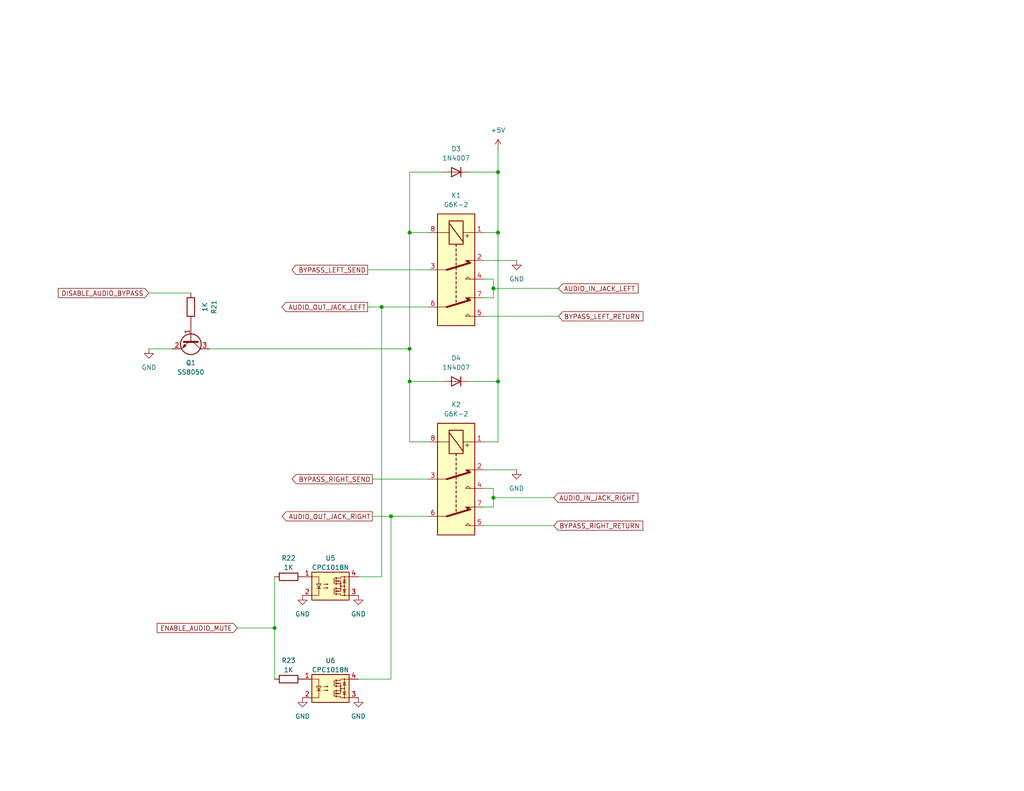
<source format=kicad_sch>
(kicad_sch (version 20250114) (generator "eeschema") (generator_version "9.0")
  (paper "USLetter")
  (title_block (title "Daisy Seed Guitar Pedal 125B") (date "2024-02-25") (rev "6") (company "Made by Keith Shepherd (kshep@mac.com)"))
  (lib_symbols
    (symbol "Device:Q_NPN_BEC" (pin_names (offset 0) (hide yes))
      (property "Reference" "Q" (at 5.08 1.27 0))
      (property "Value" "Q_NPN_BEC" (at 5.08 -1.27 0))
      (symbol "Q_NPN_BEC_0_1"
        (polyline (pts (xy 0.635 1.905) (xy 0.635 -1.905) (xy 0.635 -1.905)) (stroke (width 0.508)))
        (polyline (pts (xy 0.635 0.635) (xy 2.54 2.54)))
        (polyline (pts (xy 0.635 -0.635) (xy 2.54 -2.54) (xy 2.54 -2.54)))
        (circle (center 1.27 0) (radius 2.8194) (stroke (width 0.254)))
        (polyline (pts (xy 1.27 -1.778) (xy 1.778 -1.27) (xy 2.286 -2.286) (xy 1.27 -1.778) (xy 1.27 -1.778)) (fill (type outline)))
      )
      (symbol "Q_NPN_BEC_1_1"
        (pin input line (at -5.08 0 0) (length 5.715) (name "B") (number "1"))
        (pin passive line (at 2.54 5.08 270) (length 2.54) (name "C") (number "3"))
        (pin passive line (at 2.54 -5.08 90) (length 2.54) (name "E") (number "2"))
      )
    )
    (symbol "Device:R" (pin_numbers (hide yes)) (pin_names (offset 0))
      (property "Reference" "R" (at 2.032 0 90))
      (property "Value" "R" (at 0 0 90))
      (symbol "R_0_1"
        (rectangle (start -1.016 -2.54) (end 1.016 2.54) (stroke (width 0.254)))
      )
      (symbol "R_1_1"
        (pin passive line (at 0 3.81 270) (length 1.27) (name "~") (number "1"))
        (pin passive line (at 0 -3.81 90) (length 1.27) (name "~") (number "2"))
      )
    )
    (symbol "Diode:1N4007" (pin_numbers (hide yes)) (pin_names (hide yes))
      (property "Reference" "D" (at 0 2.54 0))
      (property "Value" "1N4007" (at 0 -2.54 0))
      (symbol "1N4007_0_1"
        (polyline (pts (xy -1.27 1.27) (xy -1.27 -1.27)) (stroke (width 0.254)))
        (polyline (pts (xy 1.27 1.27) (xy 1.27 -1.27) (xy -1.27 0) (xy 1.27 1.27)) (stroke (width 0.254)))
        (polyline (pts (xy 1.27 0) (xy -1.27 0)))
      )
      (symbol "1N4007_1_1"
        (pin passive line (at -3.81 0 0) (length 2.54) (name "K") (number "1"))
        (pin passive line (at 3.81 0 180) (length 2.54) (name "A") (number "2"))
      )
    )
    (symbol "Relay:G6K-2"
      (property "Reference" "K" (at 16.51 3.81 0))
      (property "Value" "G6K-2" (at 16.51 1.27 0))
      (symbol "G6K-2_0_0"
        (text "+" (at -9.271 2.921 0) (effects (font (size 1.27 1.27))))
      )
      (symbol "G6K-2_0_1"
        (rectangle (start -15.24 5.08) (end 15.24 -5.08) (stroke (width 0.254)) (fill (type background)))
        (rectangle (start -13.335 1.905) (end -6.985 -1.905) (stroke (width 0.254)))
        (polyline (pts (xy -12.7 -1.905) (xy -7.62 1.905)) (stroke (width 0.254)))
        (polyline (pts (xy -10.16 5.08) (xy -10.16 1.905)))
        (polyline (pts (xy -10.16 -5.08) (xy -10.16 -1.905)))
        (polyline (pts (xy -6.985 0) (xy -6.35 0)) (stroke (width 0.254)))
        (polyline (pts (xy -5.715 0) (xy -5.08 0)) (stroke (width 0.254)))
        (polyline (pts (xy -4.445 0) (xy -3.81 0)) (stroke (width 0.254)))
        (polyline (pts (xy -3.175 0) (xy -2.54 0)) (stroke (width 0.254)))
        (polyline (pts (xy -2.54 5.08) (xy -2.54 2.54) (xy -1.905 3.175) (xy -2.54 3.81)) (fill (type outline)))
        (polyline (pts (xy -1.905 0) (xy -1.27 0)) (stroke (width 0.254)))
        (polyline (pts (xy -0.635 0) (xy 0 0)) (stroke (width 0.254)))
        (polyline (pts (xy 0 -2.54) (xy -1.905 3.81)) (stroke (width 0.508)))
        (polyline (pts (xy 0 -2.54) (xy 0 -5.08)))
        (polyline (pts (xy 0.635 0) (xy 1.27 0)) (stroke (width 0.254)))
        (polyline (pts (xy 1.905 0) (xy 2.54 0)) (stroke (width 0.254)))
        (polyline (pts (xy 2.54 5.08) (xy 2.54 2.54) (xy 1.905 3.175) (xy 2.54 3.81)))
        (polyline (pts (xy 3.175 0) (xy 3.81 0)) (stroke (width 0.254)))
        (polyline (pts (xy 4.445 0) (xy 5.08 0)) (stroke (width 0.254)))
        (polyline (pts (xy 5.715 0) (xy 6.35 0)) (stroke (width 0.254)))
        (polyline (pts (xy 6.985 0) (xy 7.62 0)) (stroke (width 0.254)))
        (polyline (pts (xy 7.62 5.08) (xy 7.62 2.54) (xy 8.255 3.175) (xy 7.62 3.81)) (fill (type outline)))
        (polyline (pts (xy 8.255 0) (xy 8.89 0)) (stroke (width 0.254)))
        (polyline (pts (xy 10.16 -2.54) (xy 8.255 3.81)) (stroke (width 0.508)))
        (polyline (pts (xy 10.16 -2.54) (xy 10.16 -5.08)))
        (polyline (pts (xy 12.7 5.08) (xy 12.7 2.54) (xy 12.065 3.175) (xy 12.7 3.81)))
      )
      (symbol "G6K-2_1_1"
        (pin passive line (at -10.16 7.62 270) (length 2.54) (name "~") (number "1"))
        (pin passive line (at -10.16 -7.62 90) (length 2.54) (name "~") (number "8"))
        (pin passive line (at -2.54 7.62 270) (length 2.54) (name "~") (number "2"))
        (pin passive line (at 0 -7.62 90) (length 2.54) (name "~") (number "3"))
        (pin passive line (at 2.54 7.62 270) (length 2.54) (name "~") (number "4"))
        (pin passive line (at 7.62 7.62 270) (length 2.54) (name "~") (number "7"))
        (pin passive line (at 10.16 -7.62 90) (length 2.54) (name "~") (number "6"))
        (pin passive line (at 12.7 7.62 270) (length 2.54) (name "~") (number "5"))
      )
    )
    (symbol "Relay_SolidState:CPC1017N"
      (property "Reference" "U" (at -5.08 5.08 0))
      (property "Value" "CPC1017N" (at 0 5.08 0))
      (symbol "CPC1017N_0_1"
        (rectangle (start -5.08 3.81) (end 5.08 -3.81) (stroke (width 0.254)) (fill (type background)))
        (polyline (pts (xy -5.08 2.54) (xy -3.175 2.54) (xy -3.175 -2.54) (xy -5.08 -2.54)))
        (polyline (pts (xy -3.81 -0.635) (xy -2.54 -0.635)))
        (polyline (pts (xy -3.175 -0.635) (xy -3.81 0.635) (xy -2.54 0.635) (xy -3.175 -0.635)))
        (polyline (pts (xy -1.905 0.508) (xy -0.635 0.508) (xy -1.016 0.381) (xy -1.016 0.635) (xy -0.635 0.508)))
        (polyline (pts (xy -1.905 -0.508) (xy -0.635 -0.508) (xy -1.016 -0.635) (xy -1.016 -0.381) (xy -0.635 -0.508)))
        (polyline (pts (xy 1.016 2.159) (xy 1.016 0.635)) (stroke (width 0.2032)))
        (polyline (pts (xy 1.016 -0.635) (xy 1.016 -2.159)) (stroke (width 0.2032)))
        (polyline (pts (xy 1.524 2.286) (xy 1.524 2.032) (xy 1.524 2.032)) (stroke (width 0.3556)))
        (polyline (pts (xy 1.524 1.524) (xy 1.524 1.27) (xy 1.524 1.27)) (stroke (width 0.3556)))
        (polyline (pts (xy 1.524 0.762) (xy 1.524 0.508) (xy 1.524 0.508)) (stroke (width 0.3556)))
        (polyline (pts (xy 1.524 -0.508) (xy 1.524 -0.762)) (stroke (width 0.3556)))
        (polyline (pts (xy 1.524 -1.27) (xy 1.524 -1.524) (xy 1.524 -1.524)) (stroke (width 0.3556)))
        (polyline (pts (xy 1.524 -2.032) (xy 1.524 -2.286) (xy 1.524 -2.286)) (stroke (width 0.3556)))
        (polyline (pts (xy 1.651 2.159) (xy 2.794 2.159) (xy 2.794 2.54) (xy 5.08 2.54)))
        (polyline (pts (xy 1.651 1.397) (xy 2.794 1.397) (xy 2.794 0.635)))
        (polyline (pts (xy 1.651 -0.635) (xy 2.794 -0.635) (xy 2.794 0.635) (xy 1.651 0.635)))
        (polyline (pts (xy 1.651 -1.397) (xy 2.794 -1.397) (xy 2.794 -0.635)))
        (polyline (pts (xy 1.651 -2.159) (xy 2.794 -2.159) (xy 2.794 -2.54) (xy 5.08 -2.54)))
        (polyline (pts (xy 1.778 1.397) (xy 2.286 1.524) (xy 2.286 1.27) (xy 1.778 1.397)))
        (polyline (pts (xy 1.778 -1.397) (xy 2.286 -1.27) (xy 2.286 -1.524) (xy 1.778 -1.397)))
        (circle (center 2.794 0.635) (radius 0.127))
        (polyline (pts (xy 2.794 0) (xy 3.81 0)))
        (circle (center 2.794 0) (radius 0.127))
        (circle (center 2.794 -0.635) (radius 0.127))
        (polyline (pts (xy 3.429 1.651) (xy 4.191 1.651)))
        (polyline (pts (xy 3.429 -1.651) (xy 4.191 -1.651)))
        (circle (center 3.81 2.54) (radius 0.127))
        (polyline (pts (xy 3.81 1.651) (xy 3.429 0.889) (xy 4.191 0.889) (xy 3.81 1.651)))
        (circle (center 3.81 0) (radius 0.127))
        (polyline (pts (xy 3.81 -1.651) (xy 3.429 -0.889) (xy 4.191 -0.889) (xy 3.81 -1.651)))
        (polyline (pts (xy 3.81 -2.54) (xy 3.81 2.54)))
        (circle (center 3.81 -2.54) (radius 0.127))
      )
      (symbol "CPC1017N_1_1"
        (pin passive line (at -7.62 2.54 0) (length 2.54) (name "~") (number "1"))
        (pin passive line (at -7.62 -2.54 0) (length 2.54) (name "~") (number "2"))
        (pin passive line (at 7.62 2.54 180) (length 2.54) (name "~") (number "4"))
        (pin passive line (at 7.62 -2.54 180) (length 2.54) (name "~") (number "3"))
      )
    )
    (symbol "power:+5V" (power) (pin_names (offset 0))
      (property "Value" "+5V" (at 0 3.556 0))
      (symbol "+5V_0_1"
        (polyline (pts (xy -0.762 1.27) (xy 0 2.54)))
        (polyline (pts (xy 0 2.54) (xy 0.762 1.27)))
        (polyline (pts (xy 0 0) (xy 0 2.54)))
      )
      (symbol "+5V_1_1"
        (pin power_in line (at 0 0 90) (length 0) (hide yes) (name "+5V") (number "1"))
      )
    )
    (symbol "power:GND" (power) (pin_names (offset 0))
      (property "Value" "GND" (at 0 -3.81 0))
      (symbol "GND_0_1"
        (polyline (pts (xy 0 0) (xy 0 -1.27) (xy 1.27 -1.27) (xy 0 -2.54) (xy -1.27 -1.27) (xy 0 -1.27)))
      )
      (symbol "GND_1_1"
        (pin power_in line (at 0 0 270) (length 0) (hide yes) (name "GND") (number "1"))
      )
    )
  )
  (junction (at 135.89 63.5))
  (junction (at 106.68 140.97))
  (junction (at 134.62 78.74))
  (junction (at 111.76 95.25))
  (junction (at 135.89 104.14))
  (junction (at 111.76 63.5))
  (junction (at 135.89 46.99))
  (junction (at 134.62 135.89))
  (junction (at 111.76 104.14))
  (junction (at 104.14 83.82))
  (junction (at 74.93 171.45))
  (wire (pts (xy 64.77 171.45) (xy 74.93 171.45)))
  (wire (pts (xy 101.6 130.81) (xy 116.84 130.81)))
  (wire (pts (xy 128.27 46.99) (xy 135.89 46.99)))
  (wire (pts (xy 101.6 140.97) (xy 106.68 140.97)))
  (wire (pts (xy 135.89 40.64) (xy 135.89 46.99)))
  (wire (pts (xy 40.64 95.25) (xy 46.99 95.25)))
  (wire (pts (xy 106.68 185.42) (xy 106.68 140.97)))
  (wire (pts (xy 111.76 104.14) (xy 111.76 120.65)))
  (wire (pts (xy 104.14 83.82) (xy 116.84 83.82)))
  (wire (pts (xy 116.84 63.5) (xy 111.76 63.5)))
  (wire (pts (xy 132.08 86.36) (xy 152.4 86.36)))
  (wire (pts (xy 132.08 71.12) (xy 140.97 71.12)))
  (wire (pts (xy 132.08 133.35) (xy 134.62 133.35)))
  (wire (pts (xy 120.65 46.99) (xy 111.76 46.99)))
  (wire (pts (xy 132.08 120.65) (xy 135.89 120.65)))
  (wire (pts (xy 134.62 135.89) (xy 151.13 135.89)))
  (wire (pts (xy 134.62 81.28) (xy 134.62 78.74)))
  (wire (pts (xy 100.33 83.82) (xy 104.14 83.82)))
  (wire (pts (xy 135.89 104.14) (xy 135.89 120.65)))
  (wire (pts (xy 132.08 128.27) (xy 140.97 128.27)))
  (wire (pts (xy 104.14 83.82) (xy 104.14 157.48)))
  (wire (pts (xy 111.76 63.5) (xy 111.76 95.25)))
  (wire (pts (xy 128.27 104.14) (xy 135.89 104.14)))
  (wire (pts (xy 111.76 46.99) (xy 111.76 63.5)))
  (wire (pts (xy 57.15 95.25) (xy 111.76 95.25)))
  (wire (pts (xy 134.62 138.43) (xy 134.62 135.89)))
  (wire (pts (xy 97.79 157.48) (xy 104.14 157.48)))
  (wire (pts (xy 134.62 133.35) (xy 134.62 135.89)))
  (wire (pts (xy 134.62 78.74) (xy 152.4 78.74)))
  (wire (pts (xy 132.08 76.2) (xy 134.62 76.2)))
  (wire (pts (xy 132.08 143.51) (xy 151.13 143.51)))
  (wire (pts (xy 132.08 138.43) (xy 134.62 138.43)))
  (wire (pts (xy 111.76 95.25) (xy 111.76 104.14)))
  (wire (pts (xy 111.76 104.14) (xy 120.65 104.14)))
  (wire (pts (xy 74.93 171.45) (xy 74.93 185.42)))
  (wire (pts (xy 97.79 185.42) (xy 106.68 185.42)))
  (wire (pts (xy 111.76 120.65) (xy 116.84 120.65)))
  (wire (pts (xy 74.93 171.45) (xy 74.93 157.48)))
  (wire (pts (xy 135.89 63.5) (xy 135.89 104.14)))
  (wire (pts (xy 134.62 76.2) (xy 134.62 78.74)))
  (wire (pts (xy 132.08 63.5) (xy 135.89 63.5)))
  (wire (pts (xy 100.33 73.66) (xy 116.84 73.66)))
  (wire (pts (xy 40.64 80.01) (xy 52.07 80.01)))
  (wire (pts (xy 135.89 46.99) (xy 135.89 63.5)))
  (wire (pts (xy 132.08 81.28) (xy 134.62 81.28)))
  (wire (pts (xy 106.68 140.97) (xy 116.84 140.97)))
  (global_label "AUDIO_OUT_JACK_LEFT" (shape output) (at 100.33 83.82 180) (property "Intersheetrefs" "${INTERSHEET_REFS}" (effects (hide yes))))
  (global_label "AUDIO_IN_JACK_RIGHT" (shape input) (at 151.13 135.89 0) (property "Intersheetrefs" "${INTERSHEET_REFS}" (effects (hide yes))))
  (global_label "DISABLE_AUDIO_BYPASS" (shape input) (at 40.64 80.01 180) (property "Intersheetrefs" "${INTERSHEET_REFS}" (effects (hide yes))))
  (global_label "AUDIO_IN_JACK_LEFT" (shape input) (at 152.4 78.74 0) (property "Intersheetrefs" "${INTERSHEET_REFS}" (effects (hide yes))))
  (global_label "BYPASS_RIGHT_RETURN" (shape input) (at 151.13 143.51 0) (property "Intersheetrefs" "${INTERSHEET_REFS}" (effects (hide yes))))
  (global_label "BYPASS_LEFT_RETURN" (shape input) (at 152.4 86.36 0) (property "Intersheetrefs" "${INTERSHEET_REFS}" (effects (hide yes))))
  (global_label "BYPASS_LEFT_SEND" (shape output) (at 100.33 73.66 180) (property "Intersheetrefs" "${INTERSHEET_REFS}" (effects (hide yes))))
  (global_label "ENABLE_AUDIO_MUTE" (shape input) (at 64.77 171.45 180) (property "Intersheetrefs" "${INTERSHEET_REFS}" (effects (hide yes))))
  (global_label "AUDIO_OUT_JACK_RIGHT" (shape output) (at 101.6 140.97 180) (property "Intersheetrefs" "${INTERSHEET_REFS}" (effects (hide yes))))
  (global_label "BYPASS_RIGHT_SEND" (shape output) (at 101.6 130.81 180) (property "Intersheetrefs" "${INTERSHEET_REFS}" (effects (hide yes))))
  (symbol (lib_id "power:+5V") (at 135.89 40.64 0) (unit 1)
    (property "Reference" "#PWR041" (effects (hide yes)))
    (property "Value" "+5V" (at 135.89 35.56 0))
  )
  (symbol (lib_id "Device:R") (at 52.07 83.82 0) (unit 1)
    (property "Reference" "R21" (at 58.42 83.82 90))
    (property "Value" "1K" (at 55.88 83.82 90))
    (property "Footprint" "Resistor_SMD:R_0805_2012Metric" (effects (hide yes)))
    (property "MPN" "C17513" (effects (hide yes)))
  )
  (symbol (lib_id "Device:Q_NPN_BEC") (at 52.07 92.71 270) (unit 1)
    (property "Reference" "Q1" (at 52.07 99.06 90))
    (property "Value" "SS8050" (at 52.07 101.6 90))
    (property "Footprint" "Package_TO_SOT_SMD:SOT-23-3" (effects (hide yes)))
    (property "MPN" "C2150" (effects (hide yes)))
  )
  (symbol (lib_id "Relay:G6K-2") (at 124.46 73.66 270) (unit 1)
    (property "Reference" "K1" (at 124.46 53.34 90))
    (property "Value" "G6K-2" (at 124.46 55.88 90))
    (property "Footprint" "Relay_SMD:Relay_DPDT_Omron_G6K-2G-Y" (effects (hide yes)))
    (property "Datasheet" "http://omronfs.omron.com/en_US/ecb/products/pdf/en-g6k.pdf" (effects (hide yes)))
    (property "MPN" "C397140" (effects (hide yes)))
  )
  (symbol (lib_id "power:GND") (at 140.97 128.27 0) (unit 1)
    (property "Reference" "#PWR043" (effects (hide yes)))
    (property "Value" "GND" (at 140.97 133.35 0))
  )
  (symbol (lib_id "Relay_SolidState:CPC1017N") (at 90.17 160.02 0) (unit 1)
    (property "Reference" "U5" (at 90.17 152.4 0))
    (property "Value" "CPC1018N" (at 90.17 154.94 0))
    (property "Footprint" "Package_SO:SOP-4_3.8x4.1mm_P2.54mm" (effects (hide yes)))
    (property "Datasheet" "http://www.ixysic.com/home/pdfs.nsf/www/CPC1017N.pdf/$file/CPC1018N.pdf" (effects (hide yes)))
    (property "MPN" "C133069" (effects (hide yes)))
  )
  (symbol (lib_id "Diode:1N4007") (at 124.46 46.99 180) (unit 1)
    (property "Reference" "D3" (at 124.46 40.64 0))
    (property "Value" "1N4007" (at 124.46 43.18 0))
    (property "Footprint" "Diode_SMD:D_SOD-123F" (effects (hide yes)))
    (property "Datasheet" "http://www.vishay.com/docs/88503/1n4001.pdf" (effects (hide yes)))
    (property "MPN" "C108803" (effects (hide yes)))
  )
  (symbol (lib_id "power:GND") (at 97.79 162.56 0) (unit 1)
    (property "Reference" "#PWR039" (effects (hide yes)))
    (property "Value" "GND" (at 97.79 167.64 0))
  )
  (symbol (lib_id "Device:R") (at 78.74 157.48 90) (unit 1)
    (property "Reference" "R22" (at 78.74 152.4 90))
    (property "Value" "1K" (at 78.74 154.94 90))
    (property "Footprint" "Resistor_SMD:R_0805_2012Metric" (effects (hide yes)))
    (property "MPN" "C17513" (effects (hide yes)))
  )
  (symbol (lib_id "power:GND") (at 40.64 95.25 0) (unit 1)
    (property "Reference" "#PWR036" (effects (hide yes)))
    (property "Value" "GND" (at 40.64 100.33 0))
  )
  (symbol (lib_id "Relay:G6K-2") (at 124.46 130.81 270) (unit 1)
    (property "Reference" "K2" (at 124.46 110.49 90))
    (property "Value" "G6K-2" (at 124.46 113.03 90))
    (property "Footprint" "Relay_SMD:Relay_DPDT_Omron_G6K-2G-Y" (effects (hide yes)))
    (property "Datasheet" "http://omronfs.omron.com/en_US/ecb/products/pdf/en-g6k.pdf" (effects (hide yes)))
    (property "MPN" "C397140" (effects (hide yes)))
  )
  (symbol (lib_id "power:GND") (at 82.55 162.56 0) (unit 1)
    (property "Reference" "#PWR037" (effects (hide yes)))
    (property "Value" "GND" (at 82.55 167.64 0))
  )
  (symbol (lib_id "Relay_SolidState:CPC1017N") (at 90.17 187.96 0) (unit 1)
    (property "Reference" "U6" (at 90.17 180.34 0))
    (property "Value" "CPC1018N" (at 90.17 182.88 0))
    (property "Footprint" "Package_SO:SOP-4_3.8x4.1mm_P2.54mm" (effects (hide yes)))
    (property "Datasheet" "http://www.ixysic.com/home/pdfs.nsf/www/CPC1017N.pdf/$file/CPC1018N.pdf" (effects (hide yes)))
    (property "MPN" "C133069" (effects (hide yes)))
  )
  (symbol (lib_id "power:GND") (at 140.97 71.12 0) (unit 1)
    (property "Reference" "#PWR042" (effects (hide yes)))
    (property "Value" "GND" (at 140.97 76.2 0))
  )
  (symbol (lib_id "power:GND") (at 97.79 190.5 0) (unit 1)
    (property "Reference" "#PWR040" (effects (hide yes)))
    (property "Value" "GND" (at 97.79 195.58 0))
  )
  (symbol (lib_id "power:GND") (at 82.55 190.5 0) (unit 1)
    (property "Reference" "#PWR038" (effects (hide yes)))
    (property "Value" "GND" (at 82.55 195.58 0))
  )
  (symbol (lib_id "Device:R") (at 78.74 185.42 90) (unit 1)
    (property "Reference" "R23" (at 78.74 180.34 90))
    (property "Value" "1K" (at 78.74 182.88 90))
    (property "Footprint" "Resistor_SMD:R_0805_2012Metric" (effects (hide yes)))
    (property "MPN" "C17513" (effects (hide yes)))
  )
  (symbol (lib_id "Diode:1N4007") (at 124.46 104.14 180) (unit 1)
    (property "Reference" "D4" (at 124.46 97.79 0))
    (property "Value" "1N4007" (at 124.46 100.33 0))
    (property "Footprint" "Diode_SMD:D_SOD-123F" (effects (hide yes)))
    (property "Datasheet" "http://www.vishay.com/docs/88503/1n4001.pdf" (effects (hide yes)))
    (property "MPN" "C108803" (effects (hide yes)))
  )
)
</source>
